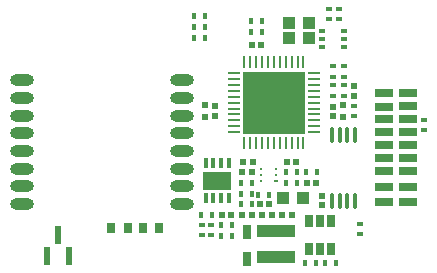
<source format=gtp>
G04 Layer_Color=8421504*
%FSLAX44Y44*%
%MOMM*%
G71*
G01*
G75*
%ADD10R,3.2000X1.0000*%
%ADD11O,0.3500X1.4000*%
%ADD12R,0.3500X0.8500*%
%ADD13R,2.4000X1.6500*%
%ADD14R,0.5500X0.4500*%
%ADD15R,5.3000X5.3000*%
%ADD16O,1.1500X0.2500*%
%ADD17O,0.2500X1.1500*%
G04:AMPARAMS|DCode=18|XSize=0.75mm|YSize=1.5mm|CornerRadius=0.0938mm|HoleSize=0mm|Usage=FLASHONLY|Rotation=90.000|XOffset=0mm|YOffset=0mm|HoleType=Round|Shape=RoundedRectangle|*
%AMROUNDEDRECTD18*
21,1,0.7500,1.3125,0,0,90.0*
21,1,0.5625,1.5000,0,0,90.0*
1,1,0.1875,0.6563,0.2813*
1,1,0.1875,0.6563,-0.2813*
1,1,0.1875,-0.6563,-0.2813*
1,1,0.1875,-0.6563,0.2813*
%
%ADD18ROUNDEDRECTD18*%
%ADD19R,0.5000X0.4000*%
%ADD20R,0.6500X1.1000*%
%ADD21R,0.6000X1.6000*%
%ADD22R,1.0000X1.0000*%
%ADD23O,2.0000X1.0000*%
%ADD24O,0.3000X0.2000*%
%ADD25R,0.3000X0.2000*%
%ADD26R,0.7620X1.1430*%
%ADD27R,0.7000X0.9000*%
%ADD28R,0.5200X0.5200*%
%ADD29R,0.5000X0.6000*%
%ADD30R,0.4500X0.5500*%
%ADD31R,0.5200X0.5200*%
D10*
X276000Y19000D02*
D03*
Y41000D02*
D03*
D11*
X342750Y122397D02*
D03*
X336250D02*
D03*
X329750D02*
D03*
X323250D02*
D03*
X342750Y66397D02*
D03*
X336250D02*
D03*
X329750D02*
D03*
X323250D02*
D03*
D12*
X216250Y69250D02*
D03*
Y98750D02*
D03*
X222750D02*
D03*
X235750Y69250D02*
D03*
X222750D02*
D03*
X229250D02*
D03*
Y98750D02*
D03*
X235750D02*
D03*
D13*
X226000Y84000D02*
D03*
D14*
X320263Y220500D02*
D03*
Y229500D02*
D03*
X401000Y135500D02*
D03*
Y126500D02*
D03*
X324000Y172000D02*
D03*
Y181000D02*
D03*
X333000Y156000D02*
D03*
Y165000D02*
D03*
Y172000D02*
D03*
Y181000D02*
D03*
X324000Y156000D02*
D03*
Y165000D02*
D03*
X342000Y138500D02*
D03*
Y147500D02*
D03*
X347000Y47500D02*
D03*
Y38500D02*
D03*
X213000Y46500D02*
D03*
Y37500D02*
D03*
X221000Y37500D02*
D03*
Y46500D02*
D03*
X329179Y220500D02*
D03*
Y229500D02*
D03*
D15*
X274000Y150000D02*
D03*
D16*
X308250Y175000D02*
D03*
Y170000D02*
D03*
Y165000D02*
D03*
Y160000D02*
D03*
Y155000D02*
D03*
Y150000D02*
D03*
Y145000D02*
D03*
Y140000D02*
D03*
Y135000D02*
D03*
Y130000D02*
D03*
Y125000D02*
D03*
X239750D02*
D03*
Y130000D02*
D03*
Y135000D02*
D03*
Y140000D02*
D03*
Y145000D02*
D03*
Y150000D02*
D03*
Y155000D02*
D03*
Y160000D02*
D03*
Y165000D02*
D03*
Y170000D02*
D03*
Y175000D02*
D03*
D17*
X299000Y115750D02*
D03*
X294000D02*
D03*
X289000D02*
D03*
X284000D02*
D03*
X279000D02*
D03*
X274000D02*
D03*
X269000D02*
D03*
X264000D02*
D03*
X259000D02*
D03*
X254000D02*
D03*
X249000D02*
D03*
Y184250D02*
D03*
X254000D02*
D03*
X259000D02*
D03*
X264000D02*
D03*
X269000D02*
D03*
X274000D02*
D03*
X279000D02*
D03*
X284000D02*
D03*
X289000D02*
D03*
X294000D02*
D03*
X299000D02*
D03*
D18*
X367000Y136000D02*
D03*
X387090Y158000D02*
D03*
Y147000D02*
D03*
Y136000D02*
D03*
Y125000D02*
D03*
X387574Y114193D02*
D03*
Y103194D02*
D03*
X387574Y91943D02*
D03*
Y65943D02*
D03*
X387374Y78943D02*
D03*
X367000Y65943D02*
D03*
Y78943D02*
D03*
Y103194D02*
D03*
Y91943D02*
D03*
Y114193D02*
D03*
Y125000D02*
D03*
Y158000D02*
D03*
Y146500D02*
D03*
D19*
X333500Y197500D02*
D03*
Y204000D02*
D03*
Y210500D02*
D03*
X314500D02*
D03*
Y204000D02*
D03*
Y197500D02*
D03*
D20*
X313000Y26000D02*
D03*
X303500D02*
D03*
X322500D02*
D03*
X303500Y50000D02*
D03*
X313000D02*
D03*
X322500D02*
D03*
D21*
X100500Y20000D02*
D03*
X81500D02*
D03*
X91000Y38000D02*
D03*
D22*
X286950Y204700D02*
D03*
X303950D02*
D03*
X281500Y69250D02*
D03*
X298500D02*
D03*
X286950Y217000D02*
D03*
X303950D02*
D03*
D23*
X60872Y94000D02*
D03*
Y64000D02*
D03*
Y79000D02*
D03*
Y139000D02*
D03*
Y109000D02*
D03*
Y124000D02*
D03*
Y154000D02*
D03*
Y169000D02*
D03*
X196000Y79000D02*
D03*
Y94000D02*
D03*
Y124000D02*
D03*
Y64000D02*
D03*
Y109000D02*
D03*
Y169000D02*
D03*
Y139000D02*
D03*
Y154000D02*
D03*
D24*
X276000Y88750D02*
D03*
X263000Y83750D02*
D03*
Y88750D02*
D03*
X276000Y93750D02*
D03*
X263000D02*
D03*
D25*
X276000Y83750D02*
D03*
D26*
X251000Y17250D02*
D03*
Y40750D02*
D03*
D27*
X136000Y44000D02*
D03*
X150000D02*
D03*
X177000D02*
D03*
X163000D02*
D03*
D28*
X262000Y64000D02*
D03*
X270000D02*
D03*
X238001Y55000D02*
D03*
X230001D02*
D03*
X247124D02*
D03*
X255124D02*
D03*
X255000Y199000D02*
D03*
X263000D02*
D03*
X281000Y55000D02*
D03*
X289000D02*
D03*
X285000Y100000D02*
D03*
X293000D02*
D03*
X247000Y91000D02*
D03*
X255000D02*
D03*
X272097Y55000D02*
D03*
X264097D02*
D03*
X302000Y82000D02*
D03*
X310000D02*
D03*
X248000Y100000D02*
D03*
X256000D02*
D03*
D29*
X215195Y138000D02*
D03*
Y148000D02*
D03*
X332750Y147668D02*
D03*
Y137668D02*
D03*
D30*
X212500Y55000D02*
D03*
X221500D02*
D03*
X254500Y210000D02*
D03*
X263500D02*
D03*
X215500Y223000D02*
D03*
X206500D02*
D03*
X215500Y214000D02*
D03*
X206500D02*
D03*
X215500Y205000D02*
D03*
X206500D02*
D03*
X300500Y14000D02*
D03*
X309500D02*
D03*
X246500Y82000D02*
D03*
X255500D02*
D03*
X326500Y14000D02*
D03*
X317500D02*
D03*
X284500Y82000D02*
D03*
X293500D02*
D03*
X284500Y91000D02*
D03*
X293500D02*
D03*
X238395Y46000D02*
D03*
X229395D02*
D03*
X260500Y72000D02*
D03*
X269500D02*
D03*
X301500Y91000D02*
D03*
X310500D02*
D03*
X246500Y73000D02*
D03*
X255500D02*
D03*
X246500Y64000D02*
D03*
X255500D02*
D03*
X238395Y37000D02*
D03*
X229395D02*
D03*
X254500Y219000D02*
D03*
X263500D02*
D03*
D31*
X342000Y156000D02*
D03*
Y164000D02*
D03*
X324000Y138500D02*
D03*
Y146500D02*
D03*
X224000Y139000D02*
D03*
Y147000D02*
D03*
X314457Y63000D02*
D03*
Y71000D02*
D03*
M02*

</source>
